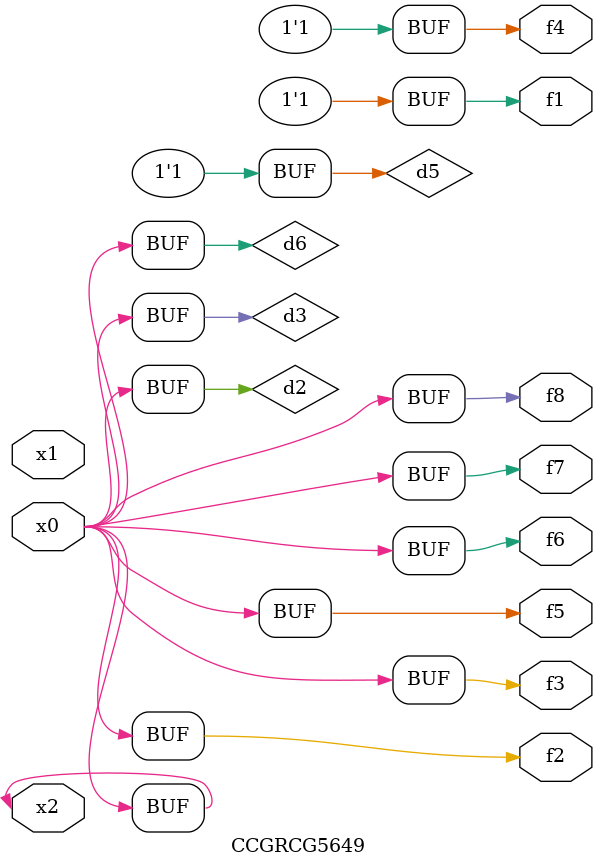
<source format=v>
module CCGRCG5649(
	input x0, x1, x2,
	output f1, f2, f3, f4, f5, f6, f7, f8
);

	wire d1, d2, d3, d4, d5, d6;

	xnor (d1, x2);
	buf (d2, x0, x2);
	and (d3, x0);
	xnor (d4, x1, x2);
	nand (d5, d1, d3);
	buf (d6, d2, d3);
	assign f1 = d5;
	assign f2 = d6;
	assign f3 = d6;
	assign f4 = d5;
	assign f5 = d6;
	assign f6 = d6;
	assign f7 = d6;
	assign f8 = d6;
endmodule

</source>
